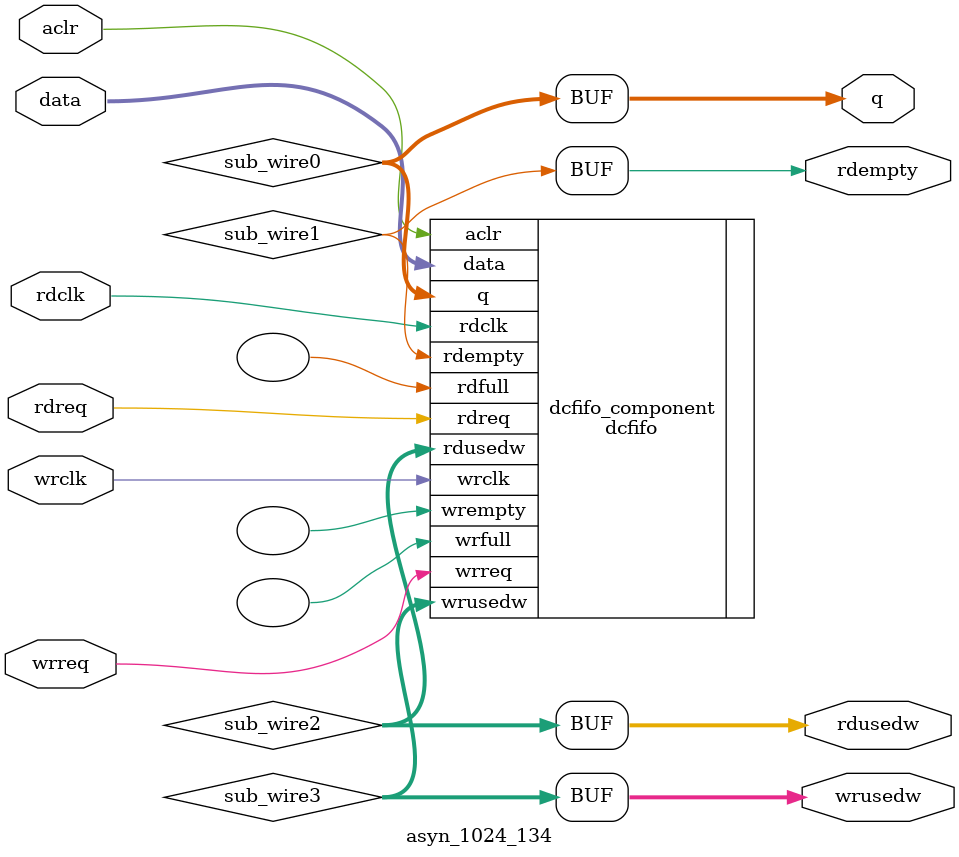
<source format=v>
module asyn_1024_134 (
	aclr,
	data,
	rdclk,
	rdreq,
	wrclk,
	wrreq,
	q,
	rdempty,
	rdusedw,
	wrusedw);
	input	  aclr;
	input	[133:0]  data;
	input	  rdclk;
	input	  rdreq;
	input	  wrclk;
	input	  wrreq;
	output	[133:0]  q;
	output	  rdempty;
	output	[10:0]  rdusedw;
	output	[10:0]  wrusedw;
`ifndef ALTERA_RESERVED_QIS
// synopsys translate_off
`endif
	tri0	  aclr;
`ifndef ALTERA_RESERVED_QIS
// synopsys translate_on
`endif
	wire [133:0] sub_wire0;
	wire  sub_wire1;
	wire [10:0] sub_wire2;
	wire [10:0] sub_wire3;
	wire [133:0] q = sub_wire0[133:0];
	wire  rdempty = sub_wire1;
	wire [10:0] rdusedw = sub_wire2[10:0];
	wire [10:0] wrusedw = sub_wire3[10:0];
	dcfifo	dcfifo_component (
				.aclr (aclr),
				.data (data),
				.rdclk (rdclk),
				.rdreq (rdreq),
				.wrclk (wrclk),
				.wrreq (wrreq),
				.q (sub_wire0),
				.rdempty (sub_wire1),
				.rdusedw (sub_wire2),
				.wrusedw (sub_wire3),
				.rdfull (),
				.wrempty (),
				.wrfull ());
	defparam
		dcfifo_component.intended_device_family = "Stratix V",
		dcfifo_component.lpm_numwords = 2048,
		dcfifo_component.lpm_showahead = "ON",
		dcfifo_component.lpm_type = "dcfifo",
		dcfifo_component.lpm_width = 134,
		dcfifo_component.lpm_widthu = 11,
		dcfifo_component.overflow_checking = "ON",
		dcfifo_component.rdsync_delaypipe = 5,
		dcfifo_component.read_aclr_synch = "OFF",
		dcfifo_component.underflow_checking = "ON",
		dcfifo_component.use_eab = "ON",
		dcfifo_component.write_aclr_synch = "OFF",
		dcfifo_component.wrsync_delaypipe = 5;
endmodule
</source>
